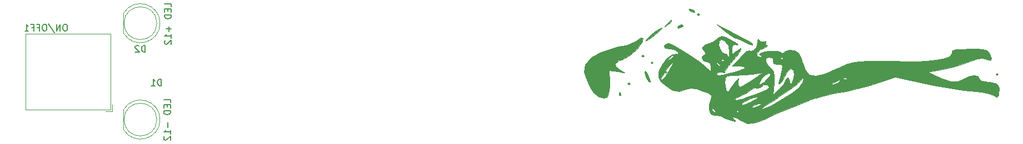
<source format=gbr>
%TF.GenerationSoftware,KiCad,Pcbnew,(5.1.7)-1*%
%TF.CreationDate,2020-12-29T17:02:45+00:00*%
%TF.ProjectId,BussBar,42757373-4261-4722-9e6b-696361645f70,rev?*%
%TF.SameCoordinates,Original*%
%TF.FileFunction,Legend,Bot*%
%TF.FilePolarity,Positive*%
%FSLAX46Y46*%
G04 Gerber Fmt 4.6, Leading zero omitted, Abs format (unit mm)*
G04 Created by KiCad (PCBNEW (5.1.7)-1) date 2020-12-29 17:02:45*
%MOMM*%
%LPD*%
G01*
G04 APERTURE LIST*
%ADD10C,0.010000*%
%ADD11C,0.120000*%
%ADD12C,0.150000*%
G04 APERTURE END LIST*
D10*
%TO.C,GIJO1*%
G36*
X210943611Y-147330000D02*
G01*
X211120000Y-147153611D01*
X210943611Y-146977222D01*
X210767223Y-147153611D01*
X210943611Y-147330000D01*
G37*
X210943611Y-147330000D02*
X211120000Y-147153611D01*
X210943611Y-146977222D01*
X210767223Y-147153611D01*
X210943611Y-147330000D01*
G36*
X203829260Y-150740185D02*
G01*
X204038986Y-150691759D01*
X204064445Y-150505000D01*
X203935369Y-150214624D01*
X203829260Y-150269814D01*
X203787039Y-150688479D01*
X203829260Y-150740185D01*
G37*
X203829260Y-150740185D02*
X204038986Y-150691759D01*
X204064445Y-150505000D01*
X203935369Y-150214624D01*
X203829260Y-150269814D01*
X203787039Y-150688479D01*
X203829260Y-150740185D01*
G36*
X205299167Y-149093889D02*
G01*
X205475556Y-148917500D01*
X205299167Y-148741111D01*
X205122778Y-148917500D01*
X205299167Y-149093889D01*
G37*
X205299167Y-149093889D02*
X205475556Y-148917500D01*
X205299167Y-148741111D01*
X205122778Y-148917500D01*
X205299167Y-149093889D01*
G36*
X207415834Y-144860555D02*
G01*
X207592223Y-144684166D01*
X207415834Y-144507777D01*
X207239445Y-144684166D01*
X207415834Y-144860555D01*
G37*
X207415834Y-144860555D02*
X207592223Y-144684166D01*
X207415834Y-144507777D01*
X207239445Y-144684166D01*
X207415834Y-144860555D01*
G36*
X198734819Y-147952148D02*
G01*
X199100855Y-148740571D01*
X199435179Y-149540056D01*
X199982929Y-150371188D01*
X200753038Y-150943176D01*
X201528149Y-151137340D01*
X202003976Y-150942691D01*
X202220034Y-150386859D01*
X202341936Y-149397242D01*
X202352673Y-148726806D01*
X202311533Y-146900759D01*
X203628961Y-147127864D01*
X204437824Y-147253889D01*
X204619863Y-147215812D01*
X204241408Y-146981229D01*
X204092303Y-146901512D01*
X203303453Y-146347029D01*
X203213675Y-145867354D01*
X203825289Y-145426186D01*
X204196094Y-145277545D01*
X205420868Y-144631962D01*
X206502310Y-143715537D01*
X207215217Y-142733797D01*
X207336269Y-142411733D01*
X207413525Y-141996728D01*
X207231338Y-141951541D01*
X206639078Y-142277483D01*
X206404810Y-142419841D01*
X205544360Y-142870375D01*
X204884615Y-143090943D01*
X204824295Y-143095348D01*
X203760103Y-143260282D01*
X202379359Y-143678495D01*
X200971470Y-144241841D01*
X199825841Y-144842179D01*
X199474235Y-145094528D01*
X198624980Y-146098203D01*
X198458750Y-147148807D01*
X198734819Y-147952148D01*
G37*
X198734819Y-147952148D02*
X199100855Y-148740571D01*
X199435179Y-149540056D01*
X199982929Y-150371188D01*
X200753038Y-150943176D01*
X201528149Y-151137340D01*
X202003976Y-150942691D01*
X202220034Y-150386859D01*
X202341936Y-149397242D01*
X202352673Y-148726806D01*
X202311533Y-146900759D01*
X203628961Y-147127864D01*
X204437824Y-147253889D01*
X204619863Y-147215812D01*
X204241408Y-146981229D01*
X204092303Y-146901512D01*
X203303453Y-146347029D01*
X203213675Y-145867354D01*
X203825289Y-145426186D01*
X204196094Y-145277545D01*
X205420868Y-144631962D01*
X206502310Y-143715537D01*
X207215217Y-142733797D01*
X207336269Y-142411733D01*
X207413525Y-141996728D01*
X207231338Y-141951541D01*
X206639078Y-142277483D01*
X206404810Y-142419841D01*
X205544360Y-142870375D01*
X204884615Y-143090943D01*
X204824295Y-143095348D01*
X203760103Y-143260282D01*
X202379359Y-143678495D01*
X200971470Y-144241841D01*
X199825841Y-144842179D01*
X199474235Y-145094528D01*
X198624980Y-146098203D01*
X198458750Y-147148807D01*
X198734819Y-147952148D01*
G36*
X207889676Y-147809699D02*
G01*
X208151809Y-148374316D01*
X208340361Y-148591039D01*
X208577681Y-148708481D01*
X208572334Y-148512200D01*
X208313569Y-147837625D01*
X208286785Y-147770972D01*
X207987267Y-147163614D01*
X207813006Y-146977222D01*
X207742178Y-147238228D01*
X207889676Y-147809699D01*
G37*
X207889676Y-147809699D02*
X208151809Y-148374316D01*
X208340361Y-148591039D01*
X208577681Y-148708481D01*
X208572334Y-148512200D01*
X208313569Y-147837625D01*
X208286785Y-147770972D01*
X207987267Y-147163614D01*
X207813006Y-146977222D01*
X207742178Y-147238228D01*
X207889676Y-147809699D01*
G36*
X208826945Y-145918889D02*
G01*
X209003334Y-145742500D01*
X208826945Y-145566111D01*
X208650556Y-145742500D01*
X208826945Y-145918889D01*
G37*
X208826945Y-145918889D02*
X209003334Y-145742500D01*
X208826945Y-145566111D01*
X208650556Y-145742500D01*
X208826945Y-145918889D01*
G36*
X208300247Y-142191835D02*
G01*
X208915139Y-141737345D01*
X209807849Y-141004133D01*
X210304103Y-140526065D01*
X210367842Y-140360931D01*
X209963006Y-140566520D01*
X209412974Y-140939510D01*
X208564992Y-141622391D01*
X207919307Y-142272620D01*
X207913669Y-142279688D01*
X207880221Y-142432837D01*
X208300247Y-142191835D01*
G37*
X208300247Y-142191835D02*
X208915139Y-141737345D01*
X209807849Y-141004133D01*
X210304103Y-140526065D01*
X210367842Y-140360931D01*
X209963006Y-140566520D01*
X209412974Y-140939510D01*
X208564992Y-141622391D01*
X207919307Y-142272620D01*
X207913669Y-142279688D01*
X207880221Y-142432837D01*
X208300247Y-142191835D01*
G36*
X210952587Y-140163734D02*
G01*
X211208195Y-139966665D01*
X211756651Y-139451748D01*
X211754266Y-139221903D01*
X211692363Y-139216111D01*
X211397886Y-139457190D01*
X211075002Y-139833472D01*
X210769903Y-140251335D01*
X210952587Y-140163734D01*
G37*
X210952587Y-140163734D02*
X211208195Y-139966665D01*
X211756651Y-139451748D01*
X211754266Y-139221903D01*
X211692363Y-139216111D01*
X211397886Y-139457190D01*
X211075002Y-139833472D01*
X210769903Y-140251335D01*
X210952587Y-140163734D01*
G36*
X212766781Y-140470871D02*
G01*
X213041956Y-140409049D01*
X213538513Y-140124372D01*
X213455330Y-139940294D01*
X213257487Y-139921666D01*
X212779113Y-140177882D01*
X212709998Y-140270403D01*
X212766781Y-140470871D01*
G37*
X212766781Y-140470871D02*
X213041956Y-140409049D01*
X213538513Y-140124372D01*
X213455330Y-139940294D01*
X213257487Y-139921666D01*
X212779113Y-140177882D01*
X212709998Y-140270403D01*
X212766781Y-140470871D01*
G36*
X214551739Y-137794255D02*
G01*
X214808952Y-137926735D01*
X215306036Y-138017004D01*
X215209557Y-137780023D01*
X214977085Y-137614105D01*
X214515365Y-137505667D01*
X214432704Y-137549703D01*
X214551739Y-137794255D01*
G37*
X214551739Y-137794255D02*
X214808952Y-137926735D01*
X215306036Y-138017004D01*
X215209557Y-137780023D01*
X214977085Y-137614105D01*
X214515365Y-137505667D01*
X214432704Y-137549703D01*
X214551739Y-137794255D01*
G36*
X215882500Y-138510555D02*
G01*
X216058889Y-138334166D01*
X215882500Y-138157777D01*
X215706112Y-138334166D01*
X215882500Y-138510555D01*
G37*
X215882500Y-138510555D02*
X216058889Y-138334166D01*
X215882500Y-138157777D01*
X215706112Y-138334166D01*
X215882500Y-138510555D01*
G36*
X219939445Y-140936211D02*
G01*
X220794379Y-141586866D01*
X221511107Y-141976348D01*
X221713033Y-142023996D01*
X222396198Y-142227904D01*
X223045037Y-142593869D01*
X223741055Y-142967165D01*
X224170334Y-143034841D01*
X224159141Y-142825009D01*
X223720274Y-142538855D01*
X223008524Y-142175074D01*
X221924531Y-141602880D01*
X220821389Y-141010097D01*
X218704723Y-139862762D01*
X219939445Y-140936211D01*
G37*
X219939445Y-140936211D02*
X220794379Y-141586866D01*
X221511107Y-141976348D01*
X221713033Y-142023996D01*
X222396198Y-142227904D01*
X223045037Y-142593869D01*
X223741055Y-142967165D01*
X224170334Y-143034841D01*
X224159141Y-142825009D01*
X223720274Y-142538855D01*
X223008524Y-142175074D01*
X221924531Y-141602880D01*
X220821389Y-141010097D01*
X218704723Y-139862762D01*
X219939445Y-140936211D01*
G36*
X261390834Y-147682777D02*
G01*
X261567223Y-147506389D01*
X261390834Y-147330000D01*
X261214445Y-147506389D01*
X261390834Y-147682777D01*
G37*
X261390834Y-147682777D02*
X261567223Y-147506389D01*
X261390834Y-147330000D01*
X261214445Y-147506389D01*
X261390834Y-147682777D01*
G36*
X210163831Y-148606964D02*
G01*
X210719462Y-149153981D01*
X211916770Y-149956346D01*
X213049600Y-150105153D01*
X213991139Y-149773265D01*
X214657639Y-149599086D01*
X215583049Y-149741984D01*
X216416523Y-150011839D01*
X217411746Y-150407185D01*
X217854773Y-150727573D01*
X217871940Y-151091438D01*
X217780161Y-151290186D01*
X217547762Y-152146175D01*
X217536446Y-152903696D01*
X217752988Y-153609485D01*
X218309879Y-153817820D01*
X218528334Y-153815183D01*
X219265805Y-153882638D01*
X219590201Y-154051797D01*
X220032367Y-154318584D01*
X220824923Y-154562508D01*
X221477956Y-154670449D01*
X221516707Y-154550934D01*
X221350556Y-154419491D01*
X221077085Y-154112960D01*
X221194935Y-154038179D01*
X221745635Y-154229685D01*
X222253269Y-154550725D01*
X223377210Y-155027485D01*
X224727545Y-154892503D01*
X225866775Y-154421193D01*
X227385893Y-153704846D01*
X229487245Y-152819547D01*
X232210518Y-151748800D01*
X233229342Y-151360686D01*
X234738298Y-150872754D01*
X236332613Y-150483719D01*
X237286286Y-150326725D01*
X238468855Y-150120318D01*
X240051925Y-149744489D01*
X241770738Y-149264846D01*
X242548094Y-149022881D01*
X245930354Y-147928900D01*
X250132816Y-148887385D01*
X252138766Y-149301386D01*
X254254171Y-149666299D01*
X256189621Y-149935570D01*
X257333889Y-150045753D01*
X258977340Y-150211988D01*
X260214882Y-150451847D01*
X260898217Y-150736409D01*
X260905029Y-150742198D01*
X261366151Y-151044728D01*
X261582883Y-150780499D01*
X261628849Y-150607297D01*
X261693392Y-149719941D01*
X261651513Y-149377673D01*
X261287311Y-148933308D01*
X260367255Y-148701696D01*
X260045748Y-148672117D01*
X259033996Y-148500876D01*
X258653936Y-148192018D01*
X258656806Y-148123750D01*
X258464327Y-147781966D01*
X257856475Y-147697510D01*
X257071544Y-147862142D01*
X256431177Y-148200725D01*
X255475170Y-148649827D01*
X254321458Y-148624185D01*
X252829840Y-148115377D01*
X252499025Y-147964497D01*
X250846849Y-147187883D01*
X253157762Y-146761376D01*
X254720564Y-146400617D01*
X256319141Y-145919100D01*
X257251083Y-145568097D01*
X258405979Y-145129770D01*
X259172956Y-145016788D01*
X259771190Y-145196130D01*
X260370011Y-145370234D01*
X260508865Y-145027222D01*
X260177004Y-144194046D01*
X260173431Y-144187362D01*
X259869353Y-143847456D01*
X259306484Y-143669782D01*
X258314586Y-143620107D01*
X257439404Y-143637607D01*
X256007613Y-143685773D01*
X255139874Y-143738971D01*
X254695230Y-143829950D01*
X254532722Y-143991457D01*
X254511391Y-144256241D01*
X254511667Y-144317791D01*
X254170374Y-144800788D01*
X253175869Y-145167925D01*
X251572211Y-145411136D01*
X249403461Y-145522355D01*
X247925440Y-145523515D01*
X245298998Y-145486724D01*
X243271015Y-145468075D01*
X241734430Y-145478377D01*
X240582185Y-145528442D01*
X239707221Y-145629079D01*
X239002478Y-145791100D01*
X238360897Y-146025316D01*
X238283889Y-146060953D01*
X238283889Y-148035555D01*
X238574265Y-148164631D01*
X238519074Y-148270740D01*
X238100410Y-148312961D01*
X238048704Y-148270740D01*
X238097130Y-148061014D01*
X238283889Y-148035555D01*
X238283889Y-146060953D01*
X237675419Y-146342536D01*
X237401945Y-146477130D01*
X237401945Y-148399137D01*
X237465049Y-148544710D01*
X237225556Y-148741111D01*
X236582436Y-149039627D01*
X236343612Y-149083084D01*
X236280507Y-148937512D01*
X236520000Y-148741111D01*
X237163121Y-148442595D01*
X237401945Y-148399137D01*
X237401945Y-146477130D01*
X237123241Y-146614300D01*
X235243260Y-147420639D01*
X233823593Y-147738272D01*
X232808104Y-147559209D01*
X232140659Y-146875461D01*
X231797920Y-145856405D01*
X231769929Y-145762179D01*
X231769929Y-148145826D01*
X231906955Y-148222782D01*
X231713405Y-148764833D01*
X231368562Y-149392235D01*
X230934948Y-149824865D01*
X230121180Y-150423706D01*
X229078022Y-151100608D01*
X227956236Y-151767424D01*
X226906588Y-152336005D01*
X226079839Y-152718203D01*
X225626755Y-152825870D01*
X225583889Y-152774412D01*
X225860762Y-152527852D01*
X226599780Y-152004908D01*
X227663544Y-151301158D01*
X228141528Y-150995305D01*
X229399026Y-150155310D01*
X230479667Y-149356764D01*
X231196317Y-148740230D01*
X231308684Y-148616368D01*
X231769929Y-148145826D01*
X231769929Y-145762179D01*
X231520070Y-144921074D01*
X231183043Y-144276817D01*
X230535803Y-143900286D01*
X229698248Y-143824587D01*
X229025564Y-144062883D01*
X228912001Y-144192663D01*
X228603602Y-144377919D01*
X228582500Y-144354387D01*
X228582500Y-144860555D01*
X228758889Y-145036944D01*
X228582500Y-145213333D01*
X228406111Y-145036944D01*
X228582500Y-144860555D01*
X228582500Y-144354387D01*
X228411448Y-144163634D01*
X227911911Y-143917515D01*
X226844179Y-143945657D01*
X226690714Y-143966421D01*
X226690714Y-144860555D01*
X227228206Y-145076646D01*
X227275048Y-145477916D01*
X227372339Y-145936556D01*
X227979503Y-146006946D01*
X228004071Y-146004344D01*
X228464851Y-146011090D01*
X228670465Y-146246688D01*
X228629704Y-146840462D01*
X228351362Y-147921733D01*
X228175176Y-148520706D01*
X228118014Y-148990200D01*
X228321509Y-148959381D01*
X228674215Y-148527395D01*
X229064689Y-147793387D01*
X229108532Y-147690346D01*
X229546797Y-146956662D01*
X230009806Y-146625958D01*
X230036411Y-146624444D01*
X230398644Y-146911676D01*
X230506521Y-147593406D01*
X230343005Y-148399686D01*
X230170000Y-148741111D01*
X229896611Y-149065423D01*
X229823765Y-148732003D01*
X229822625Y-148652916D01*
X229651500Y-148129222D01*
X229464445Y-148035555D01*
X229141172Y-148316518D01*
X229111667Y-148503228D01*
X228870819Y-149038953D01*
X228281284Y-149734209D01*
X228184374Y-149826144D01*
X227257080Y-150681388D01*
X227422272Y-148878851D01*
X227473431Y-147725062D01*
X227331726Y-147059885D01*
X226986696Y-146701128D01*
X226597224Y-146274438D01*
X226597224Y-147341086D01*
X226901218Y-147417822D01*
X226718603Y-147788733D01*
X226597224Y-147947361D01*
X226049041Y-148564574D01*
X225853979Y-148739753D01*
X225853979Y-149141246D01*
X226386122Y-149143854D01*
X226642223Y-149457738D01*
X226352797Y-149853516D01*
X226024861Y-150009046D01*
X225483001Y-150195453D01*
X225483001Y-151970937D01*
X225373800Y-152168684D01*
X225231111Y-152268888D01*
X224478021Y-152561391D01*
X224172778Y-152591469D01*
X223961817Y-152490742D01*
X224349167Y-152268888D01*
X225097102Y-152004338D01*
X225483001Y-151970937D01*
X225483001Y-150195453D01*
X225360833Y-150237481D01*
X224808943Y-150441408D01*
X224808943Y-150996706D01*
X224878334Y-151043458D01*
X224600063Y-151288491D01*
X223921675Y-151686658D01*
X223837519Y-151730662D01*
X222893223Y-152171111D01*
X222493420Y-152224859D01*
X222563810Y-151950847D01*
X222941304Y-151670525D01*
X223618668Y-151348534D01*
X224329885Y-151089165D01*
X224808943Y-150996706D01*
X224808943Y-150441408D01*
X224314920Y-150623953D01*
X223537695Y-150920993D01*
X222488747Y-151280937D01*
X221879723Y-151421358D01*
X221879723Y-152974444D01*
X222056112Y-153150833D01*
X221879723Y-153327222D01*
X221703334Y-153150833D01*
X221879723Y-152974444D01*
X221879723Y-151421358D01*
X221723093Y-151457472D01*
X221460297Y-151437888D01*
X221598567Y-151188171D01*
X222216299Y-150864355D01*
X222271123Y-150843093D01*
X223220100Y-150379533D01*
X223885320Y-149916720D01*
X224487670Y-149576159D01*
X224831728Y-149594251D01*
X225305106Y-149563340D01*
X225403944Y-149452421D01*
X225853979Y-149141246D01*
X225853979Y-148739753D01*
X225760278Y-148823903D01*
X225220240Y-149096146D01*
X225118716Y-148865121D01*
X225479225Y-148223030D01*
X226077962Y-147597766D01*
X226597224Y-147341086D01*
X226597224Y-146274438D01*
X226398043Y-146056222D01*
X226194325Y-145593249D01*
X226193497Y-145015736D01*
X226690714Y-144860555D01*
X226690714Y-143966421D01*
X226479696Y-143994972D01*
X225760278Y-144144964D01*
X225760278Y-147262489D01*
X224172778Y-148353067D01*
X223215316Y-148962893D01*
X222458970Y-149359384D01*
X222177333Y-149445156D01*
X221916647Y-149158827D01*
X221942784Y-148652916D01*
X222032634Y-148145146D01*
X221899451Y-148149641D01*
X221436031Y-148683457D01*
X221388435Y-148741111D01*
X220881892Y-149426598D01*
X220653723Y-149876470D01*
X220652845Y-149887638D01*
X220373226Y-150145174D01*
X220292223Y-150152222D01*
X220059047Y-149842102D01*
X219942492Y-149079540D01*
X219939445Y-148917500D01*
X219977631Y-148143338D01*
X220223869Y-147786996D01*
X220875672Y-147685302D01*
X221438750Y-147678895D01*
X222814960Y-147622419D01*
X224200437Y-147489413D01*
X224349167Y-147468751D01*
X225760278Y-147262489D01*
X225760278Y-144144964D01*
X225480684Y-144203257D01*
X225175989Y-144426698D01*
X225283734Y-144547765D01*
X225533660Y-144805645D01*
X225340126Y-144855153D01*
X224782991Y-144696117D01*
X224773171Y-144301699D01*
X225271321Y-143828480D01*
X225647204Y-143633072D01*
X226284603Y-143307295D01*
X226426272Y-143123959D01*
X226356819Y-143110475D01*
X226081320Y-142881624D01*
X226146743Y-142689381D01*
X226190892Y-142450381D01*
X225951732Y-142558189D01*
X225404906Y-142558316D01*
X225197072Y-142348113D01*
X224960204Y-142127695D01*
X224884415Y-142556274D01*
X224883736Y-142612498D01*
X224697627Y-143326148D01*
X224278027Y-143851962D01*
X223817076Y-143983921D01*
X223682794Y-143900201D01*
X223327464Y-143992518D01*
X222689661Y-144500282D01*
X222233933Y-144961595D01*
X221033749Y-146271666D01*
X222144653Y-146271666D01*
X222846848Y-146348346D01*
X222910387Y-146552327D01*
X222382268Y-146844524D01*
X221309491Y-147185848D01*
X220929756Y-147282036D01*
X219611441Y-147575035D01*
X218874803Y-147661850D01*
X218627570Y-147545098D01*
X218695200Y-147345407D01*
X219154127Y-147153220D01*
X219421576Y-147206761D01*
X219869729Y-147225511D01*
X219939445Y-147099304D01*
X220154420Y-146680404D01*
X220705581Y-145937720D01*
X221167399Y-145385866D01*
X221893989Y-144486886D01*
X222307040Y-143846393D01*
X222374359Y-143548922D01*
X222063751Y-143679006D01*
X221703334Y-143978611D01*
X221192565Y-144394030D01*
X221017120Y-144259346D01*
X220997778Y-143713536D01*
X221099397Y-143067059D01*
X221528380Y-142942362D01*
X221791528Y-142990895D01*
X221966211Y-142952211D01*
X221590844Y-142663822D01*
X220997778Y-142324789D01*
X220044620Y-141840653D01*
X219473779Y-141678251D01*
X219280042Y-141741385D01*
X219280042Y-142209523D01*
X219775545Y-142373831D01*
X219931439Y-142467981D01*
X220471181Y-143096429D01*
X220604078Y-144151665D01*
X220541298Y-144794083D01*
X220435330Y-144869630D01*
X220400990Y-144768042D01*
X220130753Y-144337354D01*
X219930446Y-144336950D01*
X219586667Y-144246565D01*
X219586667Y-145213333D01*
X219877043Y-145342409D01*
X219821852Y-145448518D01*
X219403188Y-145490739D01*
X219351482Y-145448518D01*
X219399908Y-145238792D01*
X219586667Y-145213333D01*
X219586667Y-144246565D01*
X219559527Y-144239429D01*
X219200872Y-143714796D01*
X218989184Y-143030794D01*
X219022329Y-142531944D01*
X219280042Y-142209523D01*
X219280042Y-141741385D01*
X219051203Y-141815958D01*
X218681986Y-142110810D01*
X218629456Y-142148904D01*
X218629456Y-145622977D01*
X218826604Y-145708812D01*
X219205327Y-146064022D01*
X219127638Y-146268232D01*
X219078320Y-146271666D01*
X218779935Y-146021095D01*
X218671035Y-145864381D01*
X218629456Y-145622977D01*
X218629456Y-142148904D01*
X218029854Y-142583727D01*
X217923900Y-142626912D01*
X217923900Y-152678533D01*
X218121049Y-152764368D01*
X218499772Y-153119578D01*
X218422082Y-153323788D01*
X218372765Y-153327222D01*
X218074379Y-153076651D01*
X217965480Y-152919937D01*
X217923900Y-152678533D01*
X217923900Y-142626912D01*
X217623652Y-142749291D01*
X217059279Y-142926225D01*
X216787129Y-143075181D01*
X216464625Y-143429179D01*
X216709957Y-143912547D01*
X216742131Y-143951724D01*
X216989466Y-144412500D01*
X216807641Y-144507777D01*
X216456618Y-144792806D01*
X216411667Y-145036944D01*
X216705776Y-145467895D01*
X217117223Y-145566111D01*
X217695864Y-145803219D01*
X217822778Y-146333160D01*
X217822778Y-147100210D01*
X217029028Y-146370463D01*
X216265674Y-145754955D01*
X215199248Y-145000562D01*
X214000425Y-144214936D01*
X212839876Y-143505731D01*
X211888276Y-142980598D01*
X211316296Y-142747192D01*
X211279439Y-142743889D01*
X210766395Y-143023054D01*
X210673208Y-143185603D01*
X210830104Y-143524194D01*
X211572026Y-143626575D01*
X212398832Y-143776234D01*
X212810255Y-144123020D01*
X212765099Y-144463499D01*
X212419522Y-144405070D01*
X212279674Y-144431917D01*
X212279674Y-145389722D01*
X211458488Y-146889027D01*
X210916931Y-147763563D01*
X210461874Y-148303834D01*
X210306288Y-148388333D01*
X210194562Y-148182614D01*
X210341250Y-147947361D01*
X210632602Y-147462283D01*
X210649029Y-147321720D01*
X210829068Y-146971337D01*
X211346445Y-146356636D01*
X211435254Y-146263387D01*
X212279674Y-145389722D01*
X212279674Y-144431917D01*
X212045141Y-144476943D01*
X212045141Y-144507777D01*
X212150736Y-144679380D01*
X211697557Y-145148353D01*
X211560973Y-145258332D01*
X211143109Y-145563431D01*
X211230710Y-145380747D01*
X211427779Y-145125139D01*
X211862965Y-144636555D01*
X212045141Y-144507777D01*
X212045141Y-144476943D01*
X211833281Y-144517617D01*
X211114626Y-145095869D01*
X210424241Y-145963735D01*
X209922808Y-146945124D01*
X209831849Y-147240893D01*
X209792301Y-147952769D01*
X210163831Y-148606964D01*
G37*
X210163831Y-148606964D02*
X210719462Y-149153981D01*
X211916770Y-149956346D01*
X213049600Y-150105153D01*
X213991139Y-149773265D01*
X214657639Y-149599086D01*
X215583049Y-149741984D01*
X216416523Y-150011839D01*
X217411746Y-150407185D01*
X217854773Y-150727573D01*
X217871940Y-151091438D01*
X217780161Y-151290186D01*
X217547762Y-152146175D01*
X217536446Y-152903696D01*
X217752988Y-153609485D01*
X218309879Y-153817820D01*
X218528334Y-153815183D01*
X219265805Y-153882638D01*
X219590201Y-154051797D01*
X220032367Y-154318584D01*
X220824923Y-154562508D01*
X221477956Y-154670449D01*
X221516707Y-154550934D01*
X221350556Y-154419491D01*
X221077085Y-154112960D01*
X221194935Y-154038179D01*
X221745635Y-154229685D01*
X222253269Y-154550725D01*
X223377210Y-155027485D01*
X224727545Y-154892503D01*
X225866775Y-154421193D01*
X227385893Y-153704846D01*
X229487245Y-152819547D01*
X232210518Y-151748800D01*
X233229342Y-151360686D01*
X234738298Y-150872754D01*
X236332613Y-150483719D01*
X237286286Y-150326725D01*
X238468855Y-150120318D01*
X240051925Y-149744489D01*
X241770738Y-149264846D01*
X242548094Y-149022881D01*
X245930354Y-147928900D01*
X250132816Y-148887385D01*
X252138766Y-149301386D01*
X254254171Y-149666299D01*
X256189621Y-149935570D01*
X257333889Y-150045753D01*
X258977340Y-150211988D01*
X260214882Y-150451847D01*
X260898217Y-150736409D01*
X260905029Y-150742198D01*
X261366151Y-151044728D01*
X261582883Y-150780499D01*
X261628849Y-150607297D01*
X261693392Y-149719941D01*
X261651513Y-149377673D01*
X261287311Y-148933308D01*
X260367255Y-148701696D01*
X260045748Y-148672117D01*
X259033996Y-148500876D01*
X258653936Y-148192018D01*
X258656806Y-148123750D01*
X258464327Y-147781966D01*
X257856475Y-147697510D01*
X257071544Y-147862142D01*
X256431177Y-148200725D01*
X255475170Y-148649827D01*
X254321458Y-148624185D01*
X252829840Y-148115377D01*
X252499025Y-147964497D01*
X250846849Y-147187883D01*
X253157762Y-146761376D01*
X254720564Y-146400617D01*
X256319141Y-145919100D01*
X257251083Y-145568097D01*
X258405979Y-145129770D01*
X259172956Y-145016788D01*
X259771190Y-145196130D01*
X260370011Y-145370234D01*
X260508865Y-145027222D01*
X260177004Y-144194046D01*
X260173431Y-144187362D01*
X259869353Y-143847456D01*
X259306484Y-143669782D01*
X258314586Y-143620107D01*
X257439404Y-143637607D01*
X256007613Y-143685773D01*
X255139874Y-143738971D01*
X254695230Y-143829950D01*
X254532722Y-143991457D01*
X254511391Y-144256241D01*
X254511667Y-144317791D01*
X254170374Y-144800788D01*
X253175869Y-145167925D01*
X251572211Y-145411136D01*
X249403461Y-145522355D01*
X247925440Y-145523515D01*
X245298998Y-145486724D01*
X243271015Y-145468075D01*
X241734430Y-145478377D01*
X240582185Y-145528442D01*
X239707221Y-145629079D01*
X239002478Y-145791100D01*
X238360897Y-146025316D01*
X238283889Y-146060953D01*
X238283889Y-148035555D01*
X238574265Y-148164631D01*
X238519074Y-148270740D01*
X238100410Y-148312961D01*
X238048704Y-148270740D01*
X238097130Y-148061014D01*
X238283889Y-148035555D01*
X238283889Y-146060953D01*
X237675419Y-146342536D01*
X237401945Y-146477130D01*
X237401945Y-148399137D01*
X237465049Y-148544710D01*
X237225556Y-148741111D01*
X236582436Y-149039627D01*
X236343612Y-149083084D01*
X236280507Y-148937512D01*
X236520000Y-148741111D01*
X237163121Y-148442595D01*
X237401945Y-148399137D01*
X237401945Y-146477130D01*
X237123241Y-146614300D01*
X235243260Y-147420639D01*
X233823593Y-147738272D01*
X232808104Y-147559209D01*
X232140659Y-146875461D01*
X231797920Y-145856405D01*
X231769929Y-145762179D01*
X231769929Y-148145826D01*
X231906955Y-148222782D01*
X231713405Y-148764833D01*
X231368562Y-149392235D01*
X230934948Y-149824865D01*
X230121180Y-150423706D01*
X229078022Y-151100608D01*
X227956236Y-151767424D01*
X226906588Y-152336005D01*
X226079839Y-152718203D01*
X225626755Y-152825870D01*
X225583889Y-152774412D01*
X225860762Y-152527852D01*
X226599780Y-152004908D01*
X227663544Y-151301158D01*
X228141528Y-150995305D01*
X229399026Y-150155310D01*
X230479667Y-149356764D01*
X231196317Y-148740230D01*
X231308684Y-148616368D01*
X231769929Y-148145826D01*
X231769929Y-145762179D01*
X231520070Y-144921074D01*
X231183043Y-144276817D01*
X230535803Y-143900286D01*
X229698248Y-143824587D01*
X229025564Y-144062883D01*
X228912001Y-144192663D01*
X228603602Y-144377919D01*
X228582500Y-144354387D01*
X228582500Y-144860555D01*
X228758889Y-145036944D01*
X228582500Y-145213333D01*
X228406111Y-145036944D01*
X228582500Y-144860555D01*
X228582500Y-144354387D01*
X228411448Y-144163634D01*
X227911911Y-143917515D01*
X226844179Y-143945657D01*
X226690714Y-143966421D01*
X226690714Y-144860555D01*
X227228206Y-145076646D01*
X227275048Y-145477916D01*
X227372339Y-145936556D01*
X227979503Y-146006946D01*
X228004071Y-146004344D01*
X228464851Y-146011090D01*
X228670465Y-146246688D01*
X228629704Y-146840462D01*
X228351362Y-147921733D01*
X228175176Y-148520706D01*
X228118014Y-148990200D01*
X228321509Y-148959381D01*
X228674215Y-148527395D01*
X229064689Y-147793387D01*
X229108532Y-147690346D01*
X229546797Y-146956662D01*
X230009806Y-146625958D01*
X230036411Y-146624444D01*
X230398644Y-146911676D01*
X230506521Y-147593406D01*
X230343005Y-148399686D01*
X230170000Y-148741111D01*
X229896611Y-149065423D01*
X229823765Y-148732003D01*
X229822625Y-148652916D01*
X229651500Y-148129222D01*
X229464445Y-148035555D01*
X229141172Y-148316518D01*
X229111667Y-148503228D01*
X228870819Y-149038953D01*
X228281284Y-149734209D01*
X228184374Y-149826144D01*
X227257080Y-150681388D01*
X227422272Y-148878851D01*
X227473431Y-147725062D01*
X227331726Y-147059885D01*
X226986696Y-146701128D01*
X226597224Y-146274438D01*
X226597224Y-147341086D01*
X226901218Y-147417822D01*
X226718603Y-147788733D01*
X226597224Y-147947361D01*
X226049041Y-148564574D01*
X225853979Y-148739753D01*
X225853979Y-149141246D01*
X226386122Y-149143854D01*
X226642223Y-149457738D01*
X226352797Y-149853516D01*
X226024861Y-150009046D01*
X225483001Y-150195453D01*
X225483001Y-151970937D01*
X225373800Y-152168684D01*
X225231111Y-152268888D01*
X224478021Y-152561391D01*
X224172778Y-152591469D01*
X223961817Y-152490742D01*
X224349167Y-152268888D01*
X225097102Y-152004338D01*
X225483001Y-151970937D01*
X225483001Y-150195453D01*
X225360833Y-150237481D01*
X224808943Y-150441408D01*
X224808943Y-150996706D01*
X224878334Y-151043458D01*
X224600063Y-151288491D01*
X223921675Y-151686658D01*
X223837519Y-151730662D01*
X222893223Y-152171111D01*
X222493420Y-152224859D01*
X222563810Y-151950847D01*
X222941304Y-151670525D01*
X223618668Y-151348534D01*
X224329885Y-151089165D01*
X224808943Y-150996706D01*
X224808943Y-150441408D01*
X224314920Y-150623953D01*
X223537695Y-150920993D01*
X222488747Y-151280937D01*
X221879723Y-151421358D01*
X221879723Y-152974444D01*
X222056112Y-153150833D01*
X221879723Y-153327222D01*
X221703334Y-153150833D01*
X221879723Y-152974444D01*
X221879723Y-151421358D01*
X221723093Y-151457472D01*
X221460297Y-151437888D01*
X221598567Y-151188171D01*
X222216299Y-150864355D01*
X222271123Y-150843093D01*
X223220100Y-150379533D01*
X223885320Y-149916720D01*
X224487670Y-149576159D01*
X224831728Y-149594251D01*
X225305106Y-149563340D01*
X225403944Y-149452421D01*
X225853979Y-149141246D01*
X225853979Y-148739753D01*
X225760278Y-148823903D01*
X225220240Y-149096146D01*
X225118716Y-148865121D01*
X225479225Y-148223030D01*
X226077962Y-147597766D01*
X226597224Y-147341086D01*
X226597224Y-146274438D01*
X226398043Y-146056222D01*
X226194325Y-145593249D01*
X226193497Y-145015736D01*
X226690714Y-144860555D01*
X226690714Y-143966421D01*
X226479696Y-143994972D01*
X225760278Y-144144964D01*
X225760278Y-147262489D01*
X224172778Y-148353067D01*
X223215316Y-148962893D01*
X222458970Y-149359384D01*
X222177333Y-149445156D01*
X221916647Y-149158827D01*
X221942784Y-148652916D01*
X222032634Y-148145146D01*
X221899451Y-148149641D01*
X221436031Y-148683457D01*
X221388435Y-148741111D01*
X220881892Y-149426598D01*
X220653723Y-149876470D01*
X220652845Y-149887638D01*
X220373226Y-150145174D01*
X220292223Y-150152222D01*
X220059047Y-149842102D01*
X219942492Y-149079540D01*
X219939445Y-148917500D01*
X219977631Y-148143338D01*
X220223869Y-147786996D01*
X220875672Y-147685302D01*
X221438750Y-147678895D01*
X222814960Y-147622419D01*
X224200437Y-147489413D01*
X224349167Y-147468751D01*
X225760278Y-147262489D01*
X225760278Y-144144964D01*
X225480684Y-144203257D01*
X225175989Y-144426698D01*
X225283734Y-144547765D01*
X225533660Y-144805645D01*
X225340126Y-144855153D01*
X224782991Y-144696117D01*
X224773171Y-144301699D01*
X225271321Y-143828480D01*
X225647204Y-143633072D01*
X226284603Y-143307295D01*
X226426272Y-143123959D01*
X226356819Y-143110475D01*
X226081320Y-142881624D01*
X226146743Y-142689381D01*
X226190892Y-142450381D01*
X225951732Y-142558189D01*
X225404906Y-142558316D01*
X225197072Y-142348113D01*
X224960204Y-142127695D01*
X224884415Y-142556274D01*
X224883736Y-142612498D01*
X224697627Y-143326148D01*
X224278027Y-143851962D01*
X223817076Y-143983921D01*
X223682794Y-143900201D01*
X223327464Y-143992518D01*
X222689661Y-144500282D01*
X222233933Y-144961595D01*
X221033749Y-146271666D01*
X222144653Y-146271666D01*
X222846848Y-146348346D01*
X222910387Y-146552327D01*
X222382268Y-146844524D01*
X221309491Y-147185848D01*
X220929756Y-147282036D01*
X219611441Y-147575035D01*
X218874803Y-147661850D01*
X218627570Y-147545098D01*
X218695200Y-147345407D01*
X219154127Y-147153220D01*
X219421576Y-147206761D01*
X219869729Y-147225511D01*
X219939445Y-147099304D01*
X220154420Y-146680404D01*
X220705581Y-145937720D01*
X221167399Y-145385866D01*
X221893989Y-144486886D01*
X222307040Y-143846393D01*
X222374359Y-143548922D01*
X222063751Y-143679006D01*
X221703334Y-143978611D01*
X221192565Y-144394030D01*
X221017120Y-144259346D01*
X220997778Y-143713536D01*
X221099397Y-143067059D01*
X221528380Y-142942362D01*
X221791528Y-142990895D01*
X221966211Y-142952211D01*
X221590844Y-142663822D01*
X220997778Y-142324789D01*
X220044620Y-141840653D01*
X219473779Y-141678251D01*
X219280042Y-141741385D01*
X219280042Y-142209523D01*
X219775545Y-142373831D01*
X219931439Y-142467981D01*
X220471181Y-143096429D01*
X220604078Y-144151665D01*
X220541298Y-144794083D01*
X220435330Y-144869630D01*
X220400990Y-144768042D01*
X220130753Y-144337354D01*
X219930446Y-144336950D01*
X219586667Y-144246565D01*
X219586667Y-145213333D01*
X219877043Y-145342409D01*
X219821852Y-145448518D01*
X219403188Y-145490739D01*
X219351482Y-145448518D01*
X219399908Y-145238792D01*
X219586667Y-145213333D01*
X219586667Y-144246565D01*
X219559527Y-144239429D01*
X219200872Y-143714796D01*
X218989184Y-143030794D01*
X219022329Y-142531944D01*
X219280042Y-142209523D01*
X219280042Y-141741385D01*
X219051203Y-141815958D01*
X218681986Y-142110810D01*
X218629456Y-142148904D01*
X218629456Y-145622977D01*
X218826604Y-145708812D01*
X219205327Y-146064022D01*
X219127638Y-146268232D01*
X219078320Y-146271666D01*
X218779935Y-146021095D01*
X218671035Y-145864381D01*
X218629456Y-145622977D01*
X218629456Y-142148904D01*
X218029854Y-142583727D01*
X217923900Y-142626912D01*
X217923900Y-152678533D01*
X218121049Y-152764368D01*
X218499772Y-153119578D01*
X218422082Y-153323788D01*
X218372765Y-153327222D01*
X218074379Y-153076651D01*
X217965480Y-152919937D01*
X217923900Y-152678533D01*
X217923900Y-142626912D01*
X217623652Y-142749291D01*
X217059279Y-142926225D01*
X216787129Y-143075181D01*
X216464625Y-143429179D01*
X216709957Y-143912547D01*
X216742131Y-143951724D01*
X216989466Y-144412500D01*
X216807641Y-144507777D01*
X216456618Y-144792806D01*
X216411667Y-145036944D01*
X216705776Y-145467895D01*
X217117223Y-145566111D01*
X217695864Y-145803219D01*
X217822778Y-146333160D01*
X217822778Y-147100210D01*
X217029028Y-146370463D01*
X216265674Y-145754955D01*
X215199248Y-145000562D01*
X214000425Y-144214936D01*
X212839876Y-143505731D01*
X211888276Y-142980598D01*
X211316296Y-142747192D01*
X211279439Y-142743889D01*
X210766395Y-143023054D01*
X210673208Y-143185603D01*
X210830104Y-143524194D01*
X211572026Y-143626575D01*
X212398832Y-143776234D01*
X212810255Y-144123020D01*
X212765099Y-144463499D01*
X212419522Y-144405070D01*
X212279674Y-144431917D01*
X212279674Y-145389722D01*
X211458488Y-146889027D01*
X210916931Y-147763563D01*
X210461874Y-148303834D01*
X210306288Y-148388333D01*
X210194562Y-148182614D01*
X210341250Y-147947361D01*
X210632602Y-147462283D01*
X210649029Y-147321720D01*
X210829068Y-146971337D01*
X211346445Y-146356636D01*
X211435254Y-146263387D01*
X212279674Y-145389722D01*
X212279674Y-144431917D01*
X212045141Y-144476943D01*
X212045141Y-144507777D01*
X212150736Y-144679380D01*
X211697557Y-145148353D01*
X211560973Y-145258332D01*
X211143109Y-145563431D01*
X211230710Y-145380747D01*
X211427779Y-145125139D01*
X211862965Y-144636555D01*
X212045141Y-144507777D01*
X212045141Y-144476943D01*
X211833281Y-144517617D01*
X211114626Y-145095869D01*
X210424241Y-145963735D01*
X209922808Y-146945124D01*
X209831849Y-147240893D01*
X209792301Y-147952769D01*
X210163831Y-148606964D01*
D11*
%TO.C,D1*%
X133390000Y-154444000D02*
G75*
G03*
X133390000Y-154444000I-2500000J0D01*
G01*
X128330000Y-155989000D02*
X128330000Y-152899000D01*
X133880000Y-154443538D02*
G75*
G02*
X128330000Y-155988830I-2990000J-462D01*
G01*
X133880000Y-154444462D02*
G75*
G03*
X128330000Y-152899170I-2990000J462D01*
G01*
%TO.C,D2*%
X128330000Y-141257000D02*
X128330000Y-138167000D01*
X133390000Y-139712000D02*
G75*
G03*
X133390000Y-139712000I-2500000J0D01*
G01*
X133880000Y-139712462D02*
G75*
G03*
X128330000Y-138167170I-2990000J462D01*
G01*
X133880000Y-139711538D02*
G75*
G02*
X128330000Y-141256830I-2990000J-462D01*
G01*
%TO.C,ON/OFF1*%
X126574000Y-153192000D02*
X125554000Y-153192000D01*
X126574000Y-153192000D02*
X126574000Y-152162000D01*
X126324000Y-141302000D02*
X113384000Y-141302000D01*
X126324000Y-152942000D02*
X113384000Y-152942000D01*
X113384000Y-152942000D02*
X113384000Y-141302000D01*
X126324000Y-152942000D02*
X126324000Y-141302000D01*
%TO.C,D1*%
D12*
X134058095Y-149252380D02*
X134058095Y-148252380D01*
X133820000Y-148252380D01*
X133677142Y-148300000D01*
X133581904Y-148395238D01*
X133534285Y-148490476D01*
X133486666Y-148680952D01*
X133486666Y-148823809D01*
X133534285Y-149014285D01*
X133581904Y-149109523D01*
X133677142Y-149204761D01*
X133820000Y-149252380D01*
X134058095Y-149252380D01*
X132534285Y-149252380D02*
X133105714Y-149252380D01*
X132820000Y-149252380D02*
X132820000Y-148252380D01*
X132915238Y-148395238D01*
X133010476Y-148490476D01*
X133105714Y-148538095D01*
X135462380Y-151864761D02*
X135462380Y-151388571D01*
X134462380Y-151388571D01*
X134938571Y-152198095D02*
X134938571Y-152531428D01*
X135462380Y-152674285D02*
X135462380Y-152198095D01*
X134462380Y-152198095D01*
X134462380Y-152674285D01*
X135462380Y-153102857D02*
X134462380Y-153102857D01*
X134462380Y-153340952D01*
X134510000Y-153483809D01*
X134605238Y-153579047D01*
X134700476Y-153626666D01*
X134890952Y-153674285D01*
X135033809Y-153674285D01*
X135224285Y-153626666D01*
X135319523Y-153579047D01*
X135414761Y-153483809D01*
X135462380Y-153340952D01*
X135462380Y-153102857D01*
X135081428Y-154864761D02*
X135081428Y-155626666D01*
X135462380Y-156626666D02*
X135462380Y-156055238D01*
X135462380Y-156340952D02*
X134462380Y-156340952D01*
X134605238Y-156245714D01*
X134700476Y-156150476D01*
X134748095Y-156055238D01*
X134557619Y-157007619D02*
X134510000Y-157055238D01*
X134462380Y-157150476D01*
X134462380Y-157388571D01*
X134510000Y-157483809D01*
X134557619Y-157531428D01*
X134652857Y-157579047D01*
X134748095Y-157579047D01*
X134890952Y-157531428D01*
X135462380Y-156960000D01*
X135462380Y-157579047D01*
%TO.C,D2*%
X131628095Y-144124380D02*
X131628095Y-143124380D01*
X131390000Y-143124380D01*
X131247142Y-143172000D01*
X131151904Y-143267238D01*
X131104285Y-143362476D01*
X131056666Y-143552952D01*
X131056666Y-143695809D01*
X131104285Y-143886285D01*
X131151904Y-143981523D01*
X131247142Y-144076761D01*
X131390000Y-144124380D01*
X131628095Y-144124380D01*
X130675714Y-143219619D02*
X130628095Y-143172000D01*
X130532857Y-143124380D01*
X130294761Y-143124380D01*
X130199523Y-143172000D01*
X130151904Y-143219619D01*
X130104285Y-143314857D01*
X130104285Y-143410095D01*
X130151904Y-143552952D01*
X130723333Y-144124380D01*
X130104285Y-144124380D01*
X135582380Y-137204761D02*
X135582380Y-136728571D01*
X134582380Y-136728571D01*
X135058571Y-137538095D02*
X135058571Y-137871428D01*
X135582380Y-138014285D02*
X135582380Y-137538095D01*
X134582380Y-137538095D01*
X134582380Y-138014285D01*
X135582380Y-138442857D02*
X134582380Y-138442857D01*
X134582380Y-138680952D01*
X134630000Y-138823809D01*
X134725238Y-138919047D01*
X134820476Y-138966666D01*
X135010952Y-139014285D01*
X135153809Y-139014285D01*
X135344285Y-138966666D01*
X135439523Y-138919047D01*
X135534761Y-138823809D01*
X135582380Y-138680952D01*
X135582380Y-138442857D01*
X135201428Y-140204761D02*
X135201428Y-140966666D01*
X135582380Y-140585714D02*
X134820476Y-140585714D01*
X135582380Y-141966666D02*
X135582380Y-141395238D01*
X135582380Y-141680952D02*
X134582380Y-141680952D01*
X134725238Y-141585714D01*
X134820476Y-141490476D01*
X134868095Y-141395238D01*
X134677619Y-142347619D02*
X134630000Y-142395238D01*
X134582380Y-142490476D01*
X134582380Y-142728571D01*
X134630000Y-142823809D01*
X134677619Y-142871428D01*
X134772857Y-142919047D01*
X134868095Y-142919047D01*
X135010952Y-142871428D01*
X135582380Y-142300000D01*
X135582380Y-142919047D01*
%TO.C,ON/OFF1*%
X119520000Y-139882380D02*
X119329523Y-139882380D01*
X119234285Y-139930000D01*
X119139047Y-140025238D01*
X119091428Y-140215714D01*
X119091428Y-140549047D01*
X119139047Y-140739523D01*
X119234285Y-140834761D01*
X119329523Y-140882380D01*
X119520000Y-140882380D01*
X119615238Y-140834761D01*
X119710476Y-140739523D01*
X119758095Y-140549047D01*
X119758095Y-140215714D01*
X119710476Y-140025238D01*
X119615238Y-139930000D01*
X119520000Y-139882380D01*
X118662857Y-140882380D02*
X118662857Y-139882380D01*
X118091428Y-140882380D01*
X118091428Y-139882380D01*
X116900952Y-139834761D02*
X117758095Y-141120476D01*
X116377142Y-139882380D02*
X116186666Y-139882380D01*
X116091428Y-139930000D01*
X115996190Y-140025238D01*
X115948571Y-140215714D01*
X115948571Y-140549047D01*
X115996190Y-140739523D01*
X116091428Y-140834761D01*
X116186666Y-140882380D01*
X116377142Y-140882380D01*
X116472380Y-140834761D01*
X116567619Y-140739523D01*
X116615238Y-140549047D01*
X116615238Y-140215714D01*
X116567619Y-140025238D01*
X116472380Y-139930000D01*
X116377142Y-139882380D01*
X115186666Y-140358571D02*
X115520000Y-140358571D01*
X115520000Y-140882380D02*
X115520000Y-139882380D01*
X115043809Y-139882380D01*
X114329523Y-140358571D02*
X114662857Y-140358571D01*
X114662857Y-140882380D02*
X114662857Y-139882380D01*
X114186666Y-139882380D01*
X113281904Y-140882380D02*
X113853333Y-140882380D01*
X113567619Y-140882380D02*
X113567619Y-139882380D01*
X113662857Y-140025238D01*
X113758095Y-140120476D01*
X113853333Y-140168095D01*
%TD*%
M02*

</source>
